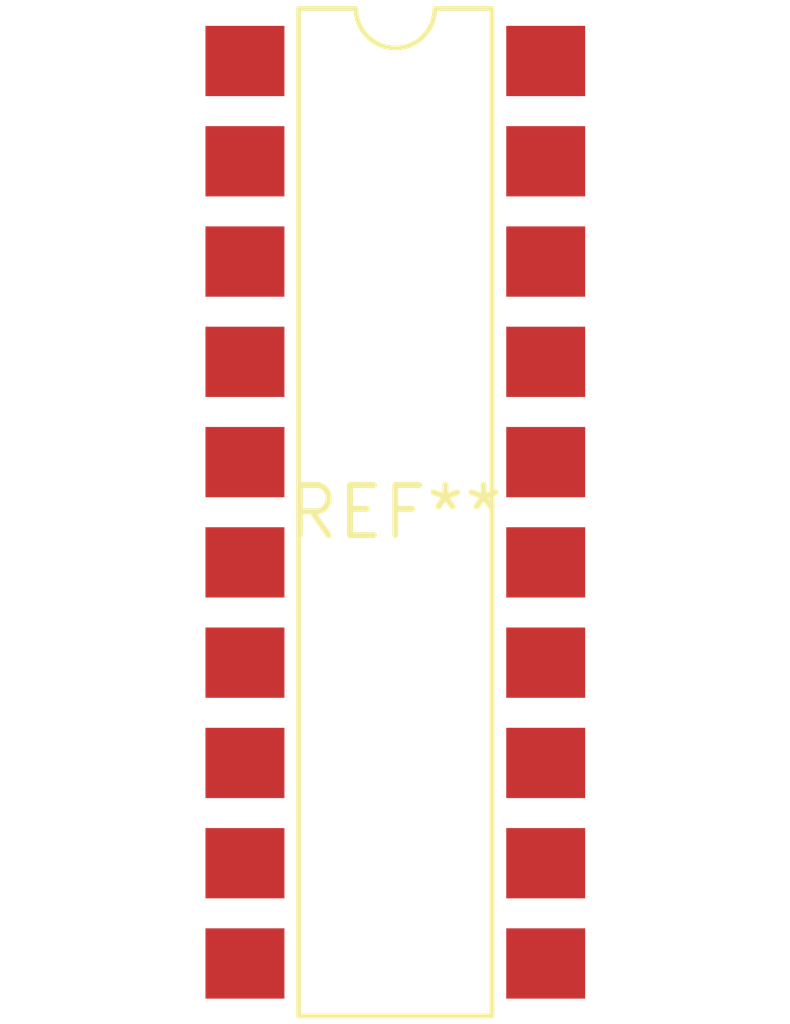
<source format=kicad_pcb>
(kicad_pcb (version 20240108) (generator pcbnew)
  (layers (0 "F.Cu" signal) (31 "B.Cu" signal) (34 "B.Paste" user) (35 "F.Paste" user) (36 "B.SilkS" user "B.Silkscreen") (37 "F.SilkS" user "F.Silkscreen") (38 "B.Mask" user) (39 "F.Mask" user) (44 "Edge.Cuts" user))
  (net 0 "")
  (footprint "SMDIP-20_W7.62mm" (layer "F.Cu") (at 0 0)
    (property "Reference" "REF**")
    (property "Value" "SMDIP-20_W7.62mm")
    (fp_line (start -2.45 -12.76) (end -2.45 12.76) (layer "F.SilkS") (stroke (width 0.12)))
    (fp_line (start -2.45 12.76) (end 2.45 12.76) (layer "F.SilkS") (stroke (width 0.12)))
    (fp_line (start -1 -12.76) (end -2.45 -12.76) (layer "F.SilkS") (stroke (width 0.12)))
    (fp_line (start 2.45 -12.76) (end 1 -12.76) (layer "F.SilkS") (stroke (width 0.12)))
    (fp_line (start 2.45 12.76) (end 2.45 -12.76) (layer "F.SilkS") (stroke (width 0.12)))
    (fp_arc (start 1 -12.76) (mid 0 -11.76) (end -1 -12.76) (layer "F.SilkS") (stroke (width 0.12)))
    (pad "1" smd rect (at -3.81 -11.43) (size 2 1.78) (layers "F.Cu" "F.Paste" "F.Mask"))
    (pad "2" smd rect (at -3.81 -8.89) (size 2 1.78) (layers "F.Cu" "F.Paste" "F.Mask"))
    (pad "3" smd rect (at -3.81 -6.35) (size 2 1.78) (layers "F.Cu" "F.Paste" "F.Mask"))
    (pad "4" smd rect (at -3.81 -3.81) (size 2 1.78) (layers "F.Cu" "F.Paste" "F.Mask"))
    (pad "5" smd rect (at -3.81 -1.27) (size 2 1.78) (layers "F.Cu" "F.Paste" "F.Mask"))
    (pad "6" smd rect (at -3.81 1.27) (size 2 1.78) (layers "F.Cu" "F.Paste" "F.Mask"))
    (pad "7" smd rect (at -3.81 3.81) (size 2 1.78) (layers "F.Cu" "F.Paste" "F.Mask"))
    (pad "8" smd rect (at -3.81 6.35) (size 2 1.78) (layers "F.Cu" "F.Paste" "F.Mask"))
    (pad "9" smd rect (at -3.81 8.89) (size 2 1.78) (layers "F.Cu" "F.Paste" "F.Mask"))
    (pad "10" smd rect (at -3.81 11.43) (size 2 1.78) (layers "F.Cu" "F.Paste" "F.Mask"))
    (pad "11" smd rect (at 3.81 11.43) (size 2 1.78) (layers "F.Cu" "F.Paste" "F.Mask"))
    (pad "12" smd rect (at 3.81 8.89) (size 2 1.78) (layers "F.Cu" "F.Paste" "F.Mask"))
    (pad "13" smd rect (at 3.81 6.35) (size 2 1.78) (layers "F.Cu" "F.Paste" "F.Mask"))
    (pad "14" smd rect (at 3.81 3.81) (size 2 1.78) (layers "F.Cu" "F.Paste" "F.Mask"))
    (pad "15" smd rect (at 3.81 1.27) (size 2 1.78) (layers "F.Cu" "F.Paste" "F.Mask"))
    (pad "16" smd rect (at 3.81 -1.27) (size 2 1.78) (layers "F.Cu" "F.Paste" "F.Mask"))
    (pad "17" smd rect (at 3.81 -3.81) (size 2 1.78) (layers "F.Cu" "F.Paste" "F.Mask"))
    (pad "18" smd rect (at 3.81 -6.35) (size 2 1.78) (layers "F.Cu" "F.Paste" "F.Mask"))
    (pad "19" smd rect (at 3.81 -8.89) (size 2 1.78) (layers "F.Cu" "F.Paste" "F.Mask"))
    (pad "20" smd rect (at 3.81 -11.43) (size 2 1.78) (layers "F.Cu" "F.Paste" "F.Mask"))
  )
)
</source>
